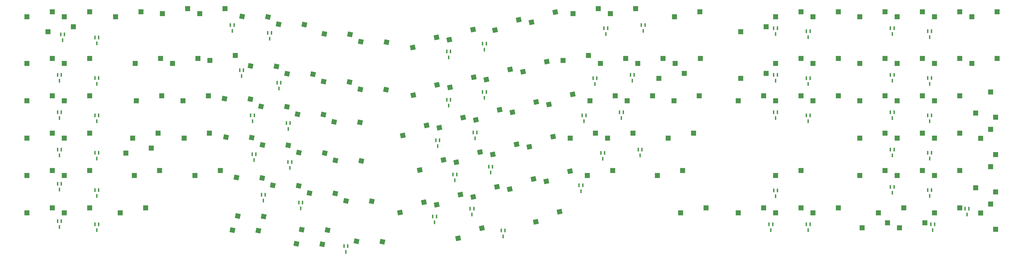
<source format=gbp>
G04 #@! TF.GenerationSoftware,KiCad,Pcbnew,(6.0.1-0)*
G04 #@! TF.CreationDate,2022-06-21T10:21:49-07:00*
G04 #@! TF.ProjectId,adelheid-xt,6164656c-6865-4696-942d-78742e6b6963,rev?*
G04 #@! TF.SameCoordinates,Original*
G04 #@! TF.FileFunction,Paste,Bot*
G04 #@! TF.FilePolarity,Positive*
%FSLAX46Y46*%
G04 Gerber Fmt 4.6, Leading zero omitted, Abs format (unit mm)*
G04 Created by KiCad (PCBNEW (6.0.1-0)) date 2022-06-21 10:21:49*
%MOMM*%
%LPD*%
G01*
G04 APERTURE LIST*
G04 Aperture macros list*
%AMRotRect*
0 Rectangle, with rotation*
0 The origin of the aperture is its center*
0 $1 length*
0 $2 width*
0 $3 Rotation angle, in degrees counterclockwise*
0 Add horizontal line*
21,1,$1,$2,0,0,$3*%
G04 Aperture macros list end*
%ADD10R,2.550000X2.500000*%
%ADD11RotRect,2.550000X2.500000X12.000000*%
%ADD12RotRect,2.550000X2.500000X348.000000*%
%ADD13R,2.500000X2.550000*%
%ADD14RotRect,2.550000X2.500000X168.000000*%
%ADD15R,0.800000X1.900000*%
G04 APERTURE END LIST*
D10*
X365183750Y-335597500D03*
X378110750Y-333057500D03*
X294863850Y-259397500D03*
X307790850Y-256857500D03*
X332640000Y-235585000D03*
X345567000Y-233045000D03*
X465196250Y-235585000D03*
X478123250Y-233045000D03*
X95740550Y-257810000D03*
X108667550Y-255270000D03*
X65822500Y-302577500D03*
X52895500Y-305117500D03*
D11*
X261915079Y-340123259D03*
X274031497Y-334951090D03*
D10*
X484246250Y-235585000D03*
X497173250Y-233045000D03*
X436621250Y-335597500D03*
X449548250Y-333057500D03*
D12*
X153789370Y-268622551D03*
X166961980Y-268825730D03*
X135145770Y-264660151D03*
X148318380Y-264863330D03*
D10*
X337608850Y-264477500D03*
X324681850Y-267017500D03*
D12*
X140479770Y-285284951D03*
X153652380Y-285488130D03*
D10*
X379353750Y-240665000D03*
X366426750Y-243205000D03*
D12*
X159796470Y-308830751D03*
X172969080Y-309033930D03*
X130789670Y-239374451D03*
X143962280Y-239577630D03*
X109974370Y-337202551D03*
X123146980Y-337405730D03*
D13*
X488791250Y-297597500D03*
X486251250Y-284670500D03*
D10*
X465196250Y-278447500D03*
X478123250Y-275907500D03*
X384233750Y-335597500D03*
X397160750Y-333057500D03*
X299943850Y-233997500D03*
X312870850Y-231457500D03*
X427096250Y-259397500D03*
X440023250Y-256857500D03*
X465196250Y-297497500D03*
X478123250Y-294957500D03*
D11*
X199494579Y-275505659D03*
X211610997Y-270333490D03*
D10*
X275826550Y-257886200D03*
X288753550Y-255346200D03*
D11*
X230012679Y-327435959D03*
X242129097Y-322263790D03*
D10*
X332366950Y-278447500D03*
X345293950Y-275907500D03*
X465196250Y-316547500D03*
X478123250Y-314007500D03*
X289517150Y-278447500D03*
X302444150Y-275907500D03*
X484246250Y-259397500D03*
X497173250Y-256857500D03*
X460316250Y-340677500D03*
X447389250Y-343217500D03*
X2440000Y-316547500D03*
X15367000Y-314007500D03*
X329465000Y-297497500D03*
X342392000Y-294957500D03*
D11*
X258625779Y-301870859D03*
X270742197Y-296698690D03*
D13*
X493871250Y-292952500D03*
X496411250Y-305879500D03*
D10*
X2440000Y-335597500D03*
X15367000Y-333057500D03*
D11*
X236743679Y-267580859D03*
X248860097Y-262408690D03*
D10*
X21490000Y-278447500D03*
X34417000Y-275907500D03*
X427096250Y-316547500D03*
X440023250Y-314007500D03*
D12*
X122560070Y-300944051D03*
X135732680Y-301147230D03*
D11*
X259743379Y-238358159D03*
X271859797Y-233185990D03*
D10*
X82049950Y-278447500D03*
X94976950Y-275907500D03*
X446146250Y-316547500D03*
X459073250Y-314007500D03*
X465196250Y-259397500D03*
X478123250Y-256857500D03*
X2440000Y-297497500D03*
X15367000Y-294957500D03*
X403283750Y-335597500D03*
X416210750Y-333057500D03*
D11*
X212766079Y-292142659D03*
X224882497Y-286970490D03*
D10*
X446146250Y-278447500D03*
X459073250Y-275907500D03*
D12*
X141152870Y-304868351D03*
X154325480Y-305071530D03*
D10*
X441266250Y-340677500D03*
X428339250Y-343217500D03*
D11*
X222329179Y-348530659D03*
X234445597Y-343358490D03*
X192734809Y-335365208D03*
X204851227Y-330193039D03*
D10*
X279458750Y-297497500D03*
X292385750Y-294957500D03*
D12*
X142575270Y-344136751D03*
X155747880Y-344339930D03*
X146524970Y-325493151D03*
X159697580Y-325696330D03*
D10*
X57640550Y-259397500D03*
X70567550Y-256857500D03*
D13*
X493871250Y-312002500D03*
X496411250Y-324929500D03*
D10*
X308554450Y-278447500D03*
X321481450Y-275907500D03*
D11*
X199202479Y-251235959D03*
X211318897Y-246063790D03*
D10*
X90546250Y-233997500D03*
X103473250Y-231457500D03*
D12*
X170527970Y-350067651D03*
X183700580Y-350270830D03*
X165155870Y-329442851D03*
X178328480Y-329646030D03*
D13*
X493871250Y-331052500D03*
X496411250Y-343979500D03*
D10*
X427096250Y-235585000D03*
X440023250Y-233045000D03*
D11*
X248630879Y-323473559D03*
X260747297Y-318301390D03*
X250015179Y-284230559D03*
X262131597Y-279058390D03*
D10*
X76695218Y-259397500D03*
X89622218Y-256857500D03*
X446146250Y-235585000D03*
X459073250Y-233045000D03*
D11*
X218138179Y-271555959D03*
X230254597Y-266383790D03*
D10*
X26135000Y-240665000D03*
X13208000Y-243205000D03*
D12*
X121861570Y-281309851D03*
X135034180Y-281513030D03*
X103230670Y-277347451D03*
X116403280Y-277550630D03*
X127881370Y-321530751D03*
X141053980Y-321733930D03*
D11*
X268646079Y-280280859D03*
X280762497Y-275108690D03*
D14*
X153057870Y-351556549D03*
X139885260Y-351353370D03*
D11*
X202758479Y-313758059D03*
X214874897Y-308585890D03*
D10*
X21490000Y-259397500D03*
X34417000Y-256857500D03*
D11*
X240020279Y-305807859D03*
X252136697Y-300635690D03*
D13*
X493871250Y-273902500D03*
X496411250Y-286829500D03*
D10*
X21490000Y-235585000D03*
X34417000Y-233045000D03*
X56415000Y-297497500D03*
X69342000Y-294957500D03*
X21490000Y-316547500D03*
X34417000Y-314007500D03*
X50065000Y-335597500D03*
X62992000Y-333057500D03*
D11*
X217833379Y-247273559D03*
X229949797Y-242101390D03*
X221389379Y-309782959D03*
X233505797Y-304610790D03*
D10*
X82608750Y-297497500D03*
X95535750Y-294957500D03*
X465196250Y-335597500D03*
X478123250Y-333057500D03*
D11*
X255399979Y-263643859D03*
X267516397Y-258471690D03*
D13*
X488791250Y-335697500D03*
X486251250Y-322770500D03*
D10*
X71496250Y-233997500D03*
X84423250Y-231457500D03*
D11*
X267274479Y-319511159D03*
X279390897Y-314338990D03*
D10*
X403283750Y-235585000D03*
X416210750Y-233045000D03*
X88165000Y-316547500D03*
X101092000Y-314007500D03*
X47683750Y-235585000D03*
X60610750Y-233045000D03*
X403283750Y-278447500D03*
X416210750Y-275907500D03*
X335815000Y-335597500D03*
X348742000Y-333057500D03*
X403283750Y-259397500D03*
X416210750Y-256857500D03*
D11*
X194147879Y-296117759D03*
X206264297Y-290945590D03*
D10*
X2440000Y-278447500D03*
X15367000Y-275907500D03*
D11*
X241112479Y-242320559D03*
X253228897Y-237148390D03*
D10*
X58237450Y-278434800D03*
X71164450Y-275894800D03*
D12*
X112171470Y-235424751D03*
X125344080Y-235627930D03*
D11*
X211369079Y-331411059D03*
X223485497Y-326238890D03*
X231384279Y-288192959D03*
X243500697Y-283020790D03*
D10*
X384233750Y-316547500D03*
X397160750Y-314007500D03*
X298546850Y-297497500D03*
X311473850Y-294957500D03*
D12*
X154056070Y-244340151D03*
X167228680Y-244543330D03*
D10*
X21490000Y-297497500D03*
X34417000Y-294957500D03*
X427096250Y-297497500D03*
X440023250Y-294957500D03*
D12*
X172432970Y-272559551D03*
X185605580Y-272762730D03*
X116514870Y-260685051D03*
X129687480Y-260888230D03*
X103929170Y-296981651D03*
X117101780Y-297184830D03*
D10*
X427096250Y-278447500D03*
X440023250Y-275907500D03*
X313913850Y-259397500D03*
X326840850Y-256857500D03*
X2440000Y-259397500D03*
X15367000Y-256857500D03*
X288190000Y-316547500D03*
X301117000Y-314007500D03*
X384233750Y-235585000D03*
X397160750Y-233045000D03*
X446146250Y-259397500D03*
X459073250Y-256857500D03*
D12*
X159123370Y-289196551D03*
X172295980Y-289399730D03*
D10*
X2440000Y-235585000D03*
X15367000Y-233045000D03*
X21490000Y-335597500D03*
X34417000Y-333057500D03*
X365183750Y-278447500D03*
X378110750Y-275907500D03*
D12*
X172674270Y-248302551D03*
X185846880Y-248505730D03*
D10*
X280881150Y-233997500D03*
X293808150Y-231457500D03*
D14*
X120441730Y-344617269D03*
X107269120Y-344414090D03*
D10*
X384233750Y-278447500D03*
X397160750Y-275907500D03*
X384233750Y-259397500D03*
X397160750Y-256857500D03*
D12*
X109263170Y-317581051D03*
X122435780Y-317784230D03*
D10*
X57208750Y-316547500D03*
X70135750Y-314007500D03*
X323908750Y-316547500D03*
X336835750Y-314007500D03*
X446146250Y-297497500D03*
X459073250Y-294957500D03*
X332951150Y-259397500D03*
X345878150Y-256857500D03*
X379353750Y-264477500D03*
X366426750Y-267017500D03*
D15*
X442756250Y-265200000D03*
X444656250Y-265200000D03*
X443706250Y-268200000D03*
X135575000Y-309650000D03*
X137475000Y-309650000D03*
X136525000Y-312650000D03*
X37150000Y-341400000D03*
X39050000Y-341400000D03*
X38100000Y-344400000D03*
X442756250Y-322350000D03*
X444656250Y-322350000D03*
X443706250Y-325350000D03*
X117318750Y-305681250D03*
X119218750Y-305681250D03*
X118268750Y-308681250D03*
X219712500Y-316000000D03*
X221612500Y-316000000D03*
X220662500Y-319000000D03*
X314168750Y-303300000D03*
X316068750Y-303300000D03*
X315118750Y-306300000D03*
X116525000Y-285837500D03*
X118425000Y-285837500D03*
X117475000Y-288837500D03*
X18100000Y-265200000D03*
X20000000Y-265200000D03*
X19050000Y-268200000D03*
X37150000Y-246150000D03*
X39050000Y-246150000D03*
X38100000Y-249150000D03*
X18100000Y-303300000D03*
X20000000Y-303300000D03*
X19050000Y-306300000D03*
X463393750Y-341400000D03*
X465293750Y-341400000D03*
X464343750Y-344400000D03*
X461806250Y-323937500D03*
X463706250Y-323937500D03*
X462756250Y-326937500D03*
X383225000Y-241387500D03*
X385125000Y-241387500D03*
X384175000Y-244387500D03*
X291150000Y-266875000D03*
X293050000Y-266875000D03*
X292100000Y-269875000D03*
X209393750Y-337431250D03*
X211293750Y-337431250D03*
X210343750Y-340431250D03*
X110968750Y-262818750D03*
X112868750Y-262818750D03*
X111918750Y-265818750D03*
X461806250Y-242975000D03*
X463706250Y-242975000D03*
X462756250Y-245975000D03*
X461806250Y-285837500D03*
X463706250Y-285837500D03*
X462756250Y-288837500D03*
X37150000Y-266787500D03*
X39050000Y-266787500D03*
X38100000Y-269787500D03*
X106206250Y-239800000D03*
X108106250Y-239800000D03*
X107156250Y-242800000D03*
X134781250Y-289806250D03*
X136681250Y-289806250D03*
X135731250Y-292806250D03*
X399893750Y-242975000D03*
X401793750Y-242975000D03*
X400843750Y-245975000D03*
X141131250Y-330287500D03*
X143031250Y-330287500D03*
X142081250Y-333287500D03*
X234793750Y-249325000D03*
X236693750Y-249325000D03*
X235743750Y-252325000D03*
X383256750Y-324128000D03*
X385156750Y-324128000D03*
X384206750Y-327128000D03*
X295118750Y-304975000D03*
X297018750Y-304975000D03*
X296068750Y-307975000D03*
X284006250Y-321556250D03*
X285906250Y-321556250D03*
X284956250Y-324556250D03*
X442756250Y-241387500D03*
X444656250Y-241387500D03*
X443706250Y-244387500D03*
X399893750Y-285837500D03*
X401793750Y-285837500D03*
X400843750Y-288837500D03*
X216537500Y-277900000D03*
X218437500Y-277900000D03*
X217487500Y-280900000D03*
X315756250Y-239800000D03*
X317656250Y-239800000D03*
X316706250Y-242800000D03*
X237968750Y-312031250D03*
X239868750Y-312031250D03*
X238918750Y-315031250D03*
X37150000Y-323937500D03*
X39050000Y-323937500D03*
X38100000Y-326937500D03*
X285593750Y-285837500D03*
X287493750Y-285837500D03*
X286543750Y-288837500D03*
X461806250Y-266787500D03*
X463706250Y-266787500D03*
X462756250Y-269787500D03*
X216537500Y-253293750D03*
X218437500Y-253293750D03*
X217487500Y-256293750D03*
X380843750Y-341400000D03*
X382743750Y-341400000D03*
X381793750Y-344400000D03*
X19687500Y-244562500D03*
X21587500Y-244562500D03*
X20637500Y-247562500D03*
X383225000Y-265200000D03*
X385125000Y-265200000D03*
X384175000Y-268200000D03*
X18100000Y-320762500D03*
X20000000Y-320762500D03*
X19050000Y-323762500D03*
X125256250Y-243768750D03*
X127156250Y-243768750D03*
X126206250Y-246768750D03*
X480856250Y-333462500D03*
X482756250Y-333462500D03*
X481806250Y-336462500D03*
X230031250Y-294568750D03*
X231931250Y-294568750D03*
X230981250Y-297568750D03*
X399893750Y-266875000D03*
X401793750Y-266875000D03*
X400843750Y-269875000D03*
X18100000Y-284250000D03*
X20000000Y-284250000D03*
X19050000Y-287250000D03*
X442756250Y-303300000D03*
X444656250Y-303300000D03*
X443706250Y-306300000D03*
X296706250Y-241387500D03*
X298606250Y-241387500D03*
X297656250Y-244387500D03*
X244318750Y-344575000D03*
X246218750Y-344575000D03*
X245268750Y-347575000D03*
X228443750Y-333462500D03*
X230343750Y-333462500D03*
X229393750Y-336462500D03*
X164150000Y-352512500D03*
X166050000Y-352512500D03*
X165100000Y-355512500D03*
X122081250Y-326318750D03*
X123981250Y-326318750D03*
X123031250Y-329318750D03*
X310200000Y-265200000D03*
X312100000Y-265200000D03*
X311150000Y-268200000D03*
X210981250Y-298537500D03*
X212881250Y-298537500D03*
X211931250Y-301537500D03*
X130018750Y-269168750D03*
X131918750Y-269168750D03*
X130968750Y-272168750D03*
X37150000Y-304887500D03*
X39050000Y-304887500D03*
X38100000Y-307887500D03*
X442756250Y-284250000D03*
X444656250Y-284250000D03*
X443706250Y-287250000D03*
X234793750Y-273931250D03*
X236693750Y-273931250D03*
X235743750Y-276931250D03*
X18100000Y-339812500D03*
X20000000Y-339812500D03*
X19050000Y-342812500D03*
X461806250Y-304887500D03*
X463706250Y-304887500D03*
X462756250Y-307887500D03*
X399893750Y-341400000D03*
X401793750Y-341400000D03*
X400843750Y-344400000D03*
X383225000Y-284250000D03*
X385125000Y-284250000D03*
X384175000Y-287250000D03*
X37150000Y-285837500D03*
X39050000Y-285837500D03*
X38100000Y-288837500D03*
X304643750Y-284250000D03*
X306543750Y-284250000D03*
X305593750Y-287250000D03*
M02*

</source>
